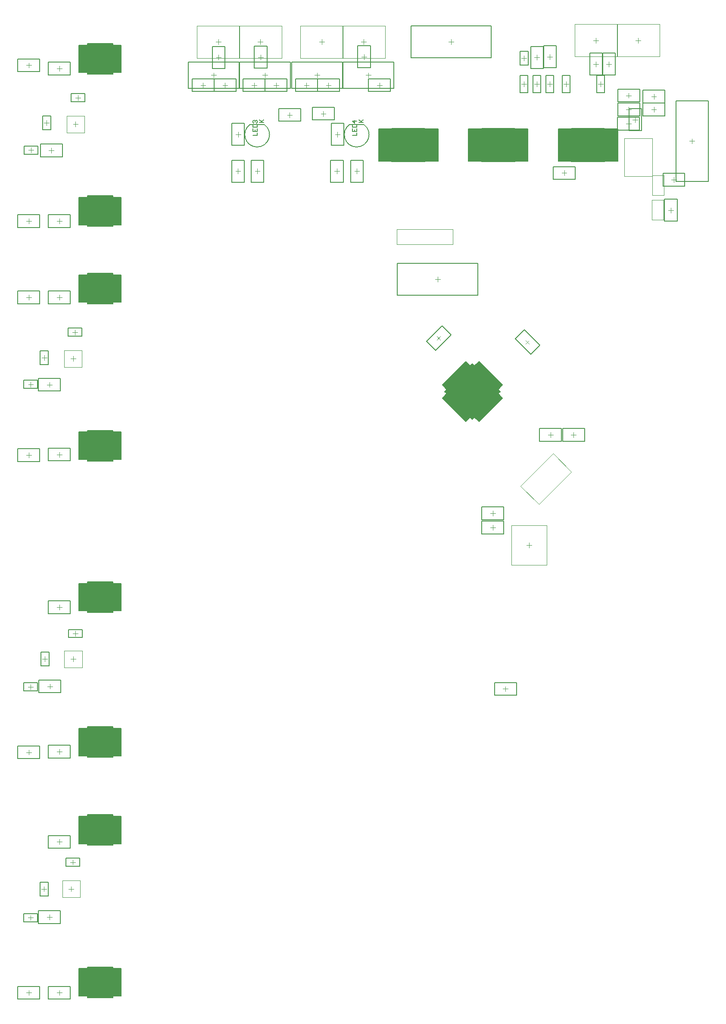
<source format=gbr>
%TF.GenerationSoftware,Altium Limited,Altium Designer,21.6.4 (81)*%
G04 Layer_Color=32768*
%FSLAX43Y43*%
%MOMM*%
%TF.SameCoordinates,A962B9D3-E780-4B03-8A10-E236CC36F35F*%
%TF.FilePolarity,Positive*%
%TF.FileFunction,Other,Mechanical_15*%
%TF.Part,Single*%
G01*
G75*
%TA.AperFunction,NonConductor*%
%ADD138C,0.152*%
%ADD139C,0.200*%
%ADD185C,0.100*%
%ADD198C,0.050*%
G36*
X99627Y6742D02*
X101282D01*
Y12126D01*
X99627D01*
Y12444D01*
X94623D01*
Y12126D01*
X92968D01*
Y6742D01*
X94623D01*
Y6424D01*
X99627D01*
Y6742D01*
D02*
G37*
G36*
Y36664D02*
X101282D01*
Y42048D01*
X99627D01*
Y42366D01*
X94623D01*
Y42048D01*
X92968D01*
Y36664D01*
X94623D01*
Y36346D01*
X99627D01*
Y36664D01*
D02*
G37*
G36*
Y53933D02*
X101282D01*
Y59317D01*
X99627D01*
Y59635D01*
X94623D01*
Y59317D01*
X92968D01*
Y53933D01*
X94623D01*
Y53615D01*
X99627D01*
Y53933D01*
D02*
G37*
G36*
Y82409D02*
X101282D01*
Y87793D01*
X99627D01*
Y88111D01*
X94623D01*
Y87793D01*
X92968D01*
Y82409D01*
X94623D01*
Y82091D01*
X99627D01*
Y82409D01*
D02*
G37*
G36*
Y112162D02*
X101282D01*
Y117546D01*
X99627D01*
Y117864D01*
X94623D01*
Y117546D01*
X92968D01*
Y112162D01*
X94623D01*
Y111844D01*
X99627D01*
Y112162D01*
D02*
G37*
G36*
X175320Y125067D02*
X175737Y125484D01*
X175320Y125901D01*
X176205Y126787D01*
X171598Y131395D01*
X170712Y130509D01*
X170295Y130926D01*
X169878Y130509D01*
X168992Y131395D01*
X164384Y126787D01*
X165270Y125901D01*
X164853Y125484D01*
X165270Y125067D01*
X164384Y124181D01*
X168992Y119574D01*
X169878Y120459D01*
X170295Y120042D01*
X170712Y120459D01*
X171598Y119574D01*
X176205Y124181D01*
X175320Y125067D01*
D02*
G37*
G36*
X99627Y143018D02*
X101282D01*
Y148402D01*
X99627D01*
Y148720D01*
X94623D01*
Y148402D01*
X92968D01*
Y143018D01*
X94623D01*
Y142700D01*
X99627D01*
Y143018D01*
D02*
G37*
G36*
Y158243D02*
X101282D01*
Y163627D01*
X99627D01*
Y163945D01*
X94623D01*
Y163627D01*
X92968D01*
Y158243D01*
X94623D01*
Y157925D01*
X99627D01*
Y158243D01*
D02*
G37*
G36*
Y188169D02*
X101282D01*
Y193553D01*
X99627D01*
Y193871D01*
X94623D01*
Y193553D01*
X92968D01*
Y188169D01*
X94623D01*
Y187851D01*
X99627D01*
Y188169D01*
D02*
G37*
G36*
X160973Y170663D02*
X154471D01*
Y170777D01*
X151867D01*
Y177051D01*
X154471D01*
Y177165D01*
X160973D01*
Y177051D01*
X163577D01*
Y170777D01*
X160973D01*
Y170663D01*
D02*
G37*
G36*
X178626D02*
X172124D01*
Y170777D01*
X169520D01*
Y177051D01*
X172124D01*
Y177165D01*
X178626D01*
Y177051D01*
X181230D01*
Y170777D01*
X178626D01*
Y170663D01*
D02*
G37*
G36*
X196279D02*
X189777D01*
Y170777D01*
X187173D01*
Y177051D01*
X189777D01*
Y177165D01*
X196279D01*
Y177051D01*
X198883D01*
Y170777D01*
X196279D01*
Y170663D01*
D02*
G37*
D138*
X175320Y125067D02*
X175737Y125484D01*
X175320Y125067D02*
X176205Y124181D01*
X171598Y119574D02*
X176205Y124181D01*
X170712Y120459D02*
X171598Y119574D01*
X170295Y120042D02*
X170712Y120459D01*
X169878D02*
X170295Y120042D01*
X168992Y119574D02*
X169878Y120459D01*
X164384Y124181D02*
X168992Y119574D01*
X164384Y124181D02*
X165270Y125067D01*
X164853Y125484D02*
X165270Y125067D01*
X164853Y125484D02*
X165270Y125901D01*
X164384Y126787D02*
X165270Y125901D01*
X164384Y126787D02*
X168992Y131395D01*
X169878Y130509D01*
X170295Y130926D01*
X170712Y130509D01*
X171598Y131395D01*
X176205Y126787D01*
X175320Y125901D02*
X176205Y126787D01*
X175320Y125901D02*
X175737Y125484D01*
X99627Y6742D02*
X101282D01*
X99627Y6424D02*
Y6742D01*
X94623Y6424D02*
X99627D01*
X94623D02*
Y6742D01*
X92968D02*
X94623D01*
X92968D02*
Y12126D01*
X94623D01*
Y12444D01*
X99627D01*
Y12126D02*
Y12444D01*
Y12126D02*
X101282D01*
Y6742D02*
Y12126D01*
X99627Y53933D02*
X101282D01*
X99627Y53615D02*
Y53933D01*
X94623Y53615D02*
X99627D01*
X94623D02*
Y53933D01*
X92968D02*
X94623D01*
X92968D02*
Y59317D01*
X94623D01*
Y59635D01*
X99627D01*
Y59317D02*
Y59635D01*
Y59317D02*
X101282D01*
Y53933D02*
Y59317D01*
Y112162D02*
Y117546D01*
X99627D02*
X101282D01*
X99627D02*
Y117864D01*
X94623D02*
X99627D01*
X94623Y117546D02*
Y117864D01*
X92968Y117546D02*
X94623D01*
X92968Y112162D02*
Y117546D01*
Y112162D02*
X94623D01*
Y111844D02*
Y112162D01*
Y111844D02*
X99627D01*
Y112162D01*
X101282D01*
X172124Y170663D02*
Y170777D01*
X169520D02*
X172124D01*
X169520D02*
Y177051D01*
X172124D01*
Y177165D01*
X178626D01*
Y177051D02*
Y177165D01*
Y177051D02*
X181230D01*
Y170777D02*
Y177051D01*
X178626Y170777D02*
X181230D01*
X178626Y170663D02*
Y170777D01*
X172124Y170663D02*
X178626D01*
X154471D02*
Y170777D01*
X151867D02*
X154471D01*
X151867D02*
Y177051D01*
X154471D01*
Y177165D01*
X160973D01*
Y177051D02*
Y177165D01*
Y177051D02*
X163577D01*
Y170777D02*
Y177051D01*
X160973Y170777D02*
X163577D01*
X160973Y170663D02*
Y170777D01*
X154471Y170663D02*
X160973D01*
X189777D02*
Y170777D01*
X187173D02*
X189777D01*
X187173D02*
Y177051D01*
X189777D01*
Y177165D01*
X196279D01*
Y177051D02*
Y177165D01*
Y177051D02*
X198883D01*
Y170777D02*
Y177051D01*
X196279Y170777D02*
X198883D01*
X196279Y170663D02*
Y170777D01*
X189777Y170663D02*
X196279D01*
X101282Y158243D02*
Y163627D01*
X99627D02*
X101282D01*
X99627D02*
Y163945D01*
X94623D02*
X99627D01*
X94623Y163627D02*
Y163945D01*
X92968Y163627D02*
X94623D01*
X92968Y158243D02*
Y163627D01*
Y158243D02*
X94623D01*
Y157925D02*
Y158243D01*
Y157925D02*
X99627D01*
Y158243D01*
X101282D01*
Y188169D02*
Y193553D01*
X99627D02*
X101282D01*
X99627D02*
Y193871D01*
X94623D02*
X99627D01*
X94623Y193553D02*
Y193871D01*
X92968Y193553D02*
X94623D01*
X92968Y188169D02*
Y193553D01*
Y188169D02*
X94623D01*
Y187851D02*
Y188169D01*
Y187851D02*
X99627D01*
Y188169D01*
X101282D01*
Y82409D02*
Y87793D01*
X99627D02*
X101282D01*
X99627D02*
Y88111D01*
X94623D02*
X99627D01*
X94623Y87793D02*
Y88111D01*
X92968Y87793D02*
X94623D01*
X92968Y82409D02*
Y87793D01*
Y82409D02*
X94623D01*
Y82091D02*
Y82409D01*
Y82091D02*
X99627D01*
Y82409D01*
X101282D01*
Y143018D02*
Y148402D01*
X99627D02*
X101282D01*
X99627D02*
Y148720D01*
X94623D02*
X99627D01*
X94623Y148402D02*
Y148720D01*
X92968Y148402D02*
X94623D01*
X92968Y143018D02*
Y148402D01*
Y143018D02*
X94623D01*
Y142700D02*
Y143018D01*
Y142700D02*
X99627D01*
Y143018D01*
X101282D01*
Y36664D02*
Y42048D01*
X99627D02*
X101282D01*
X99627D02*
Y42366D01*
X94623D02*
X99627D01*
X94623Y42048D02*
Y42366D01*
X92968Y42048D02*
X94623D01*
X92968Y36664D02*
Y42048D01*
Y36664D02*
X94623D01*
Y36346D02*
Y36664D01*
Y36346D02*
X99627D01*
Y36664D01*
X101282D01*
X146762Y175819D02*
X147562D01*
Y176352D01*
X146762Y177152D02*
Y176619D01*
X147562D01*
Y177152D01*
X147162Y176619D02*
Y176885D01*
X146762Y177418D02*
X147562D01*
Y177818D01*
X147429Y177952D01*
X146896D01*
X146762Y177818D01*
Y177418D01*
X147562Y178618D02*
X146762D01*
X147162Y178218D01*
Y178751D01*
X148032Y178359D02*
X148832D01*
X148565D01*
X148032Y178892D01*
X148432Y178492D01*
X148832Y178892D01*
X127204Y175819D02*
X128004D01*
Y176352D01*
X127204Y177152D02*
Y176619D01*
X128004D01*
Y177152D01*
X127604Y176619D02*
Y176885D01*
X127204Y177418D02*
X128004D01*
Y177818D01*
X127871Y177952D01*
X127338D01*
X127204Y177818D01*
Y177418D01*
X127338Y178218D02*
X127204Y178352D01*
Y178618D01*
X127338Y178751D01*
X127471D01*
X127604Y178618D01*
Y178485D01*
Y178618D01*
X127737Y178751D01*
X127871D01*
X128004Y178618D01*
Y178352D01*
X127871Y178218D01*
X128474Y178359D02*
X129274D01*
X129007D01*
X128474Y178892D01*
X128874Y178492D01*
X129274Y178892D01*
D139*
X146204Y177978D02*
G03*
X148942Y177958I1355J-2016D01*
G01*
X126646Y177978D02*
G03*
X129384Y177958I1355J-2016D01*
G01*
X178954Y65821D02*
Y68329D01*
X174646D02*
X178954D01*
X174646Y65821D02*
Y68329D01*
Y65821D02*
X178954D01*
X182220Y187625D02*
X183770D01*
X182220Y184225D02*
Y187625D01*
Y184225D02*
X183770D01*
Y187625D01*
X126801Y170938D02*
X129309D01*
Y166629D02*
Y170938D01*
X126801Y166629D02*
X129309D01*
X126801D02*
Y170938D01*
X194700Y187600D02*
X196250D01*
X194700Y184200D02*
Y187600D01*
Y184200D02*
X196250D01*
Y187600D01*
X201045Y181038D02*
X203553D01*
X201045Y176730D02*
Y181038D01*
Y176730D02*
X203553D01*
Y181038D01*
X198831Y176875D02*
X203139D01*
Y179384D01*
X198831D02*
X203139D01*
X198831Y176875D02*
Y179384D01*
X198858Y184901D02*
X203167D01*
X198858Y182393D02*
Y184901D01*
Y182393D02*
X203167D01*
Y184901D01*
X207733Y165868D02*
Y168376D01*
X212042D01*
Y165868D02*
Y168376D01*
X207733Y165868D02*
X212042D01*
X198858Y182151D02*
X203167D01*
X198858Y179643D02*
Y182151D01*
Y179643D02*
X203167D01*
Y182151D01*
X208058Y163251D02*
X210567D01*
Y158943D02*
Y163251D01*
X208058Y158943D02*
X210567D01*
X208058D02*
Y163251D01*
X203800Y182183D02*
X208108D01*
Y184691D01*
X203800D02*
X208108D01*
X203800Y182183D02*
Y184691D01*
Y179643D02*
Y182151D01*
X208108D01*
Y179643D02*
Y182151D01*
X203800Y179643D02*
X208108D01*
X187925Y187625D02*
X189475D01*
X187925Y184225D02*
Y187625D01*
Y184225D02*
X189475D01*
Y187625D01*
X184249Y188974D02*
Y193282D01*
X181741D02*
X184249D01*
X181741Y188974D02*
Y193282D01*
Y188974D02*
X184249D01*
X161265Y135363D02*
X163039Y133589D01*
X161265Y135363D02*
X164311Y138409D01*
X166085Y136636D01*
X163039Y133589D02*
X166085Y136636D01*
X85378Y133504D02*
X86978D01*
Y130796D02*
Y133504D01*
X85378Y130796D02*
X86978D01*
X85378D02*
Y133504D01*
X90831Y136345D02*
Y137945D01*
X93539D01*
Y136345D02*
Y137945D01*
X90831Y136345D02*
X93539D01*
X91471Y182418D02*
Y184018D01*
X94179D01*
Y182418D02*
Y184018D01*
X91471Y182418D02*
X94179D01*
X85825Y179627D02*
X87425D01*
Y176919D02*
Y179627D01*
X85825Y176919D02*
X87425D01*
X85825D02*
Y179627D01*
X90925Y77147D02*
Y78747D01*
X93634D01*
Y77147D02*
Y78747D01*
X90925Y77147D02*
X93634D01*
X85504Y74279D02*
X87104D01*
Y71571D02*
Y74279D01*
X85504Y71571D02*
X87104D01*
X85504D02*
Y74279D01*
X85325Y29129D02*
X86925D01*
Y26421D02*
Y29129D01*
X85325Y26421D02*
X86925D01*
X85325D02*
Y29129D01*
X90458Y32225D02*
Y33825D01*
X93166D01*
Y32225D02*
Y33825D01*
X90458Y32225D02*
X93166D01*
X80971Y6131D02*
X85279D01*
Y8639D01*
X80971D02*
X85279D01*
X80971Y6131D02*
Y8639D01*
X86971Y6131D02*
Y8639D01*
X91279D01*
Y6131D02*
Y8639D01*
X86971Y6131D02*
X91279D01*
X80971Y53367D02*
X85279D01*
Y55875D01*
X80971D02*
X85279D01*
X80971Y53367D02*
Y55875D01*
X86971Y53494D02*
Y56002D01*
X91279D01*
Y53494D02*
Y56002D01*
X86971Y53494D02*
X91279D01*
X86971Y35768D02*
Y38276D01*
X91279D01*
Y35768D02*
Y38276D01*
X86971Y35768D02*
X91279D01*
X155570Y150700D02*
X171370D01*
Y144400D02*
Y150700D01*
X155570Y144400D02*
X171370D01*
X155570D02*
Y150700D01*
X158204Y191038D02*
Y197338D01*
Y191038D02*
X174004D01*
Y197338D01*
X158204D02*
X174004D01*
X134825Y190215D02*
X144805D01*
X134825Y185055D02*
Y190215D01*
Y185055D02*
X144805D01*
Y190215D01*
X114505D02*
X124485D01*
X114505Y185055D02*
Y190215D01*
Y185055D02*
X124485D01*
Y190215D01*
X144858D02*
X154838D01*
X144858Y185055D02*
Y190215D01*
Y185055D02*
X154838D01*
Y190215D01*
X124538D02*
X134518D01*
X124538Y185055D02*
Y190215D01*
Y185055D02*
X134518D01*
Y190215D01*
X146204Y177978D02*
X148941D01*
X126646D02*
X129383D01*
X216625Y166780D02*
Y182580D01*
X210325Y166780D02*
X216625D01*
X210325D02*
Y182580D01*
X216625D01*
X186310Y184225D02*
Y187625D01*
X184760Y184225D02*
X186310D01*
X184760D02*
Y187625D01*
X186310D01*
X179680D02*
X181230D01*
X179680Y184225D02*
Y187625D01*
Y184225D02*
X181230D01*
Y187625D01*
X184281Y189096D02*
X186789D01*
X184281D02*
Y193404D01*
X186789D01*
Y189096D02*
Y193404D01*
X181255Y189651D02*
Y192359D01*
X179655D02*
X181255D01*
X179655Y189651D02*
Y192359D01*
Y189651D02*
X181255D01*
X85423Y174104D02*
X89731D01*
X85423Y171596D02*
Y174104D01*
Y171596D02*
X89731D01*
Y174104D01*
X89437Y66321D02*
Y68829D01*
X85129Y66321D02*
X89437D01*
X85129D02*
Y68829D01*
X89437D01*
X82221Y173729D02*
X84929D01*
X82221Y172129D02*
Y173729D01*
Y172129D02*
X84929D01*
Y173729D01*
X82096Y68275D02*
X84804D01*
X82096Y66675D02*
Y68275D01*
Y66675D02*
X84804D01*
Y68275D01*
X80971Y157742D02*
Y160251D01*
X85279D01*
Y157742D02*
Y160251D01*
X80971Y157742D02*
X85279D01*
X86971D02*
Y160251D01*
X91279D01*
Y157742D02*
Y160251D01*
X86971Y157742D02*
X91279D01*
X139871Y184420D02*
Y186929D01*
X144179D01*
Y184420D02*
Y186929D01*
X139871Y184420D02*
X144179D01*
X119551D02*
Y186929D01*
X123859D01*
Y184420D02*
Y186929D01*
X119551Y184420D02*
X123859D01*
X135553Y186929D02*
X139861D01*
X135553Y184420D02*
Y186929D01*
Y184420D02*
X139861D01*
Y186929D01*
X115233D02*
X119541D01*
X115233Y184420D02*
Y186929D01*
Y184420D02*
X119541D01*
Y186929D01*
X119181Y193290D02*
X121689D01*
Y188981D02*
Y193290D01*
X119181Y188981D02*
X121689D01*
X119181D02*
Y193290D01*
X142549Y173868D02*
Y178177D01*
Y173868D02*
X145057D01*
Y178177D01*
X142549D02*
X145057D01*
X123008Y178159D02*
X125516D01*
Y173851D02*
Y178159D01*
X123008Y173851D02*
X125516D01*
X123008D02*
Y178159D01*
X149904Y186929D02*
X154212D01*
X149904Y184420D02*
Y186929D01*
Y184420D02*
X154212D01*
Y186929D01*
X129584D02*
X133892D01*
X129584Y184420D02*
Y186929D01*
Y184420D02*
X133892D01*
Y186929D01*
X142422Y166629D02*
Y170938D01*
Y166629D02*
X144930D01*
Y170938D01*
X142422D02*
X144930D01*
X122991D02*
X125499D01*
Y166629D02*
Y170938D01*
X122991Y166629D02*
X125499D01*
X122991D02*
Y170938D01*
X146359Y166629D02*
Y170938D01*
Y166629D02*
X148867D01*
Y170938D01*
X146359D02*
X148867D01*
X125266Y186929D02*
X129574D01*
X125266Y184420D02*
Y186929D01*
Y184420D02*
X129574D01*
Y186929D01*
X147756Y193417D02*
X150264D01*
Y189108D02*
Y193417D01*
X147756Y189108D02*
X150264D01*
X147756D02*
Y193417D01*
X127436Y193324D02*
X129944D01*
Y189016D02*
Y193324D01*
X127436Y189016D02*
X129944D01*
X127436D02*
Y193324D01*
X138855Y178832D02*
X143163D01*
Y181341D01*
X138855D02*
X143163D01*
X138855Y178832D02*
Y181341D01*
X132251Y178578D02*
X136559D01*
Y181087D01*
X132251D02*
X136559D01*
X132251Y178578D02*
Y181087D01*
X80969Y188327D02*
X85277D01*
Y190835D01*
X80969D02*
X85277D01*
X80969Y188327D02*
Y190835D01*
X186196Y169679D02*
X190504D01*
X186196Y167171D02*
Y169679D01*
Y167171D02*
X190504D01*
Y169679D01*
X172171Y100296D02*
X176479D01*
Y102804D01*
X172171D02*
X176479D01*
X172171Y100296D02*
Y102804D01*
X188021Y118254D02*
X192329D01*
X188021Y115746D02*
Y118254D01*
Y115746D02*
X192329D01*
Y118254D01*
X172166Y100054D02*
X176474D01*
X172166Y97546D02*
Y100054D01*
Y97546D02*
X176474D01*
Y100054D01*
X183496Y118254D02*
X187804D01*
X183496Y115746D02*
Y118254D01*
Y115746D02*
X187804D01*
Y118254D01*
X86971Y187702D02*
X91279D01*
Y190210D01*
X86971D02*
X91279D01*
X86971Y187702D02*
Y190210D01*
Y81835D02*
X91279D01*
Y84344D01*
X86971D02*
X91279D01*
X86971Y81835D02*
Y84344D01*
X89353Y125580D02*
Y128089D01*
X85044Y125580D02*
X89353D01*
X85044D02*
Y128089D01*
X89353D01*
X89329Y20971D02*
Y23479D01*
X85021Y20971D02*
X89329D01*
X85021D02*
Y23479D01*
X89329D01*
X82169Y127715D02*
X84877D01*
X82169Y126115D02*
Y127715D01*
Y126115D02*
X84877D01*
Y127715D01*
X82146Y22911D02*
X84854D01*
X82146Y21311D02*
Y22911D01*
Y21311D02*
X84854D01*
Y22911D01*
X80971Y111731D02*
Y114239D01*
X85279D01*
Y111731D02*
Y114239D01*
X80971Y111731D02*
X85279D01*
X86971Y111858D02*
X91279D01*
Y114366D01*
X86971D02*
X91279D01*
X86971Y111858D02*
Y114366D01*
X195886Y187671D02*
X198394D01*
X195886D02*
Y191979D01*
X198394D01*
Y187671D02*
Y191979D01*
X193346Y187671D02*
X195854D01*
X193346D02*
Y191979D01*
X195854D01*
Y187671D02*
Y191979D01*
X80971Y142714D02*
Y145222D01*
X85279D01*
Y142714D02*
Y145222D01*
X80971Y142714D02*
X85279D01*
X86971D02*
X91279D01*
Y145222D01*
X86971D02*
X91279D01*
X86971Y142714D02*
Y145222D01*
X178715Y135836D02*
X180489Y137610D01*
X183535Y134564D01*
X181761Y132790D02*
X183535Y134564D01*
X178715Y135836D02*
X181761Y132790D01*
D185*
X176800Y66575D02*
Y67575D01*
X176300Y67075D02*
X177300D01*
X180950Y95300D02*
X181950D01*
X181450Y94800D02*
Y95800D01*
X182495Y185925D02*
X183495D01*
X182995Y185425D02*
Y186425D01*
X127555Y168783D02*
X128555D01*
X128055Y168283D02*
Y169283D01*
X194975Y185900D02*
X195975D01*
X195475Y185400D02*
Y186400D01*
X201799Y178884D02*
X202799D01*
X202299Y178384D02*
Y179384D01*
X200485Y178130D02*
X201485D01*
X200985Y177630D02*
Y178630D01*
X200513Y183647D02*
X201513D01*
X201013Y183147D02*
Y184147D01*
X209888Y166622D02*
Y167622D01*
X209388Y167122D02*
X210388D01*
X200512Y180897D02*
X201512D01*
X201012Y180397D02*
Y181397D01*
X208813Y161097D02*
X209813D01*
X209313Y160597D02*
Y161597D01*
X205454Y183437D02*
X206454D01*
X205954Y182937D02*
Y183937D01*
Y180397D02*
Y181397D01*
X205454Y180897D02*
X206454D01*
X188200Y185925D02*
X189200D01*
X188700Y185425D02*
Y186425D01*
X182995Y190628D02*
Y191628D01*
X182495Y191128D02*
X183495D01*
X163321Y136353D02*
X164029Y135646D01*
X163321D02*
X164029Y136353D01*
X91834Y131448D02*
Y132448D01*
X91334Y131948D02*
X92334D01*
X85678Y132150D02*
X86678D01*
X86178Y131650D02*
Y132650D01*
X92185Y136645D02*
Y137645D01*
X91685Y137145D02*
X92685D01*
X92825Y182718D02*
Y183718D01*
X92325Y183218D02*
X93325D01*
X92325Y177498D02*
Y178498D01*
X91825Y177998D02*
X92825D01*
X86125Y178273D02*
X87125D01*
X86625Y177773D02*
Y178773D01*
X92279Y77447D02*
Y78447D01*
X91779Y77947D02*
X92779D01*
X91879Y72425D02*
Y73425D01*
X91379Y72925D02*
X92379D01*
X85804Y72925D02*
X86804D01*
X86304Y72425D02*
Y73425D01*
X91462Y27275D02*
Y28275D01*
X90962Y27775D02*
X91962D01*
X85625Y27775D02*
X86625D01*
X86125Y27275D02*
Y28275D01*
X91812Y32525D02*
Y33525D01*
X91312Y33025D02*
X92312D01*
X82625Y7385D02*
X83625D01*
X83125Y6885D02*
Y7885D01*
X89125Y6885D02*
Y7885D01*
X88625Y7385D02*
X89625D01*
X82625Y54621D02*
X83625D01*
X83125Y54121D02*
Y55121D01*
X89125Y54248D02*
Y55248D01*
X88625Y54748D02*
X89625D01*
X89125Y36522D02*
Y37522D01*
X88625Y37022D02*
X89625D01*
X162970Y147550D02*
X163970D01*
X163470Y147050D02*
Y148050D01*
X166104Y193688D02*
Y194688D01*
X165604Y194188D02*
X166604D01*
X139315Y187635D02*
X140315D01*
X139815Y187135D02*
Y188135D01*
X118995Y187635D02*
X119995D01*
X119495Y187135D02*
Y188135D01*
X149348Y187635D02*
X150348D01*
X149848Y187135D02*
Y188135D01*
X129028Y187635D02*
X130028D01*
X129528Y187135D02*
Y188135D01*
X213475Y174180D02*
Y175180D01*
X212975Y174680D02*
X213975D01*
X185535Y185425D02*
Y186425D01*
X185035Y185925D02*
X186035D01*
X179955D02*
X180955D01*
X180455Y185425D02*
Y186425D01*
X185035Y191250D02*
X186035D01*
X185535Y190750D02*
Y191750D01*
X180455Y190505D02*
Y191505D01*
X179955Y191005D02*
X180955D01*
X87077Y172850D02*
X88077D01*
X87577Y172350D02*
Y173350D01*
X87283Y67075D02*
Y68075D01*
X86783Y67575D02*
X87783D01*
X83075Y172929D02*
X84075D01*
X83575Y172429D02*
Y173429D01*
X82950Y67475D02*
X83950D01*
X83450Y66975D02*
Y67975D01*
X83125Y158496D02*
Y159496D01*
X82625Y158996D02*
X83625D01*
X89125Y158496D02*
Y159496D01*
X88625Y158996D02*
X89625D01*
X142025Y185174D02*
Y186174D01*
X141525Y185674D02*
X142525D01*
X121705Y185174D02*
Y186174D01*
X121205Y185674D02*
X122205D01*
X137207D02*
X138207D01*
X137707Y185174D02*
Y186174D01*
X116887Y185674D02*
X117887D01*
X117387Y185174D02*
Y186174D01*
X119935Y191135D02*
X120935D01*
X120435Y190635D02*
Y191635D01*
X143803Y175522D02*
Y176522D01*
X143303Y176022D02*
X144303D01*
X123762Y176005D02*
X124762D01*
X124262Y175505D02*
Y176505D01*
X151558Y185674D02*
X152558D01*
X152058Y185174D02*
Y186174D01*
X131238Y185674D02*
X132238D01*
X131738Y185174D02*
Y186174D01*
X143676Y168283D02*
Y169283D01*
X143176Y168783D02*
X144176D01*
X123745D02*
X124745D01*
X124245Y168283D02*
Y169283D01*
X147613Y168283D02*
Y169283D01*
X147113Y168783D02*
X148113D01*
X126920Y185674D02*
X127920D01*
X127420Y185174D02*
Y186174D01*
X148510Y191262D02*
X149510D01*
X149010Y190762D02*
Y191762D01*
X128190Y191170D02*
X129190D01*
X128690Y190670D02*
Y191670D01*
X140509Y180086D02*
X141509D01*
X141009Y179586D02*
Y180586D01*
X133905Y179832D02*
X134905D01*
X134405Y179332D02*
Y180332D01*
X82623Y189581D02*
X83623D01*
X83123Y189081D02*
Y190081D01*
X187850Y168425D02*
X188850D01*
X188350Y167925D02*
Y168925D01*
X173825Y101550D02*
X174825D01*
X174325Y101050D02*
Y102050D01*
X189675Y117000D02*
X190675D01*
X190175Y116500D02*
Y117500D01*
X173820Y98800D02*
X174820D01*
X174320Y98300D02*
Y99300D01*
X185150Y117000D02*
X186150D01*
X185650Y116500D02*
Y117500D01*
X88625Y188956D02*
X89625D01*
X89125Y188456D02*
Y189456D01*
X88625Y83090D02*
X89625D01*
X89125Y82590D02*
Y83590D01*
X87198Y126335D02*
Y127335D01*
X86698Y126835D02*
X87698D01*
X87175Y21725D02*
Y22725D01*
X86675Y22225D02*
X87675D01*
X83023Y126915D02*
X84023D01*
X83523Y126415D02*
Y127415D01*
X83000Y22111D02*
X84000D01*
X83500Y21611D02*
Y22611D01*
X83125Y112485D02*
Y113485D01*
X82625Y112985D02*
X83625D01*
X88625Y113112D02*
X89625D01*
X89125Y112612D02*
Y113612D01*
X196640Y189825D02*
X197640D01*
X197140Y189325D02*
Y190325D01*
X194100Y189825D02*
X195100D01*
X194600Y189325D02*
Y190325D01*
X83125Y143468D02*
Y144468D01*
X82625Y143968D02*
X83625D01*
X88625D02*
X89625D01*
X89125Y143468D02*
Y144468D01*
X180771Y134846D02*
X181479Y135554D01*
X180771D02*
X181479Y134846D01*
D198*
X178000Y91400D02*
Y99200D01*
X184900Y91400D02*
Y99200D01*
X178000D02*
X184900D01*
X178000Y91400D02*
X184900D01*
X202890Y193950D02*
Y194950D01*
X202390Y194450D02*
X203390D01*
X198710Y197625D02*
X207070D01*
Y191275D02*
Y197625D01*
X198710Y191275D02*
X207070D01*
X198710D02*
Y197625D01*
X194600Y193950D02*
Y194950D01*
X194100Y194450D02*
X195100D01*
X190420Y197625D02*
X198780D01*
Y191275D02*
Y197625D01*
X190420Y191275D02*
X198780D01*
X190420D02*
Y197625D01*
X120384Y193688D02*
Y194688D01*
X119884Y194188D02*
X120884D01*
X116204Y197363D02*
X124564D01*
Y191013D02*
Y197363D01*
X116204Y191013D02*
X124564D01*
X116204D02*
Y197363D01*
X148959Y193688D02*
Y194688D01*
X148459Y194188D02*
X149459D01*
X144779Y197363D02*
X153139D01*
Y191013D02*
Y197363D01*
X144779Y191013D02*
X153139D01*
X144779D02*
Y197363D01*
X200140Y175251D02*
X205640D01*
Y167801D02*
Y175251D01*
X200140Y167801D02*
X205640D01*
X200140D02*
Y175251D01*
X205588Y159222D02*
X207888D01*
X205588D02*
Y163122D01*
X207888D01*
Y159222D02*
Y163122D01*
X205638Y167947D02*
X207938D01*
Y164047D02*
Y167947D01*
X205638Y164047D02*
X207938D01*
X205638D02*
Y167947D01*
X179770Y106943D02*
X183376Y103336D01*
X179770Y106943D02*
X186169Y113342D01*
X189776Y109736D01*
X183376Y103336D02*
X189776Y109736D01*
X90084Y133598D02*
X93584D01*
X90084Y130298D02*
X93584D01*
Y133598D01*
X90084Y130298D02*
Y133598D01*
X90575Y179648D02*
X94075D01*
X90575Y176348D02*
X94075D01*
Y179648D01*
X90575Y176348D02*
Y179648D01*
X90129Y74575D02*
X93629D01*
X90129Y71275D02*
X93629D01*
Y74575D01*
X90129Y71275D02*
Y74575D01*
X89712Y29425D02*
X93212D01*
X89712Y26125D02*
X93212D01*
Y29425D01*
X89712Y26125D02*
Y29425D01*
X136524Y191013D02*
Y197363D01*
Y191013D02*
X144884D01*
Y197363D01*
X136524D02*
X144884D01*
X140204Y194188D02*
X141204D01*
X140704Y193688D02*
Y194688D01*
X124459Y191013D02*
Y197363D01*
Y191013D02*
X132819D01*
Y197363D01*
X124459D02*
X132819D01*
X128139Y194188D02*
X129139D01*
X128639Y193688D02*
Y194688D01*
X155435Y157368D02*
X166425D01*
X155435Y154378D02*
Y157368D01*
Y154378D02*
X166425D01*
Y157368D01*
%TF.MD5,a717e63a58edb8550dde05f04aaa693b*%
M02*

</source>
